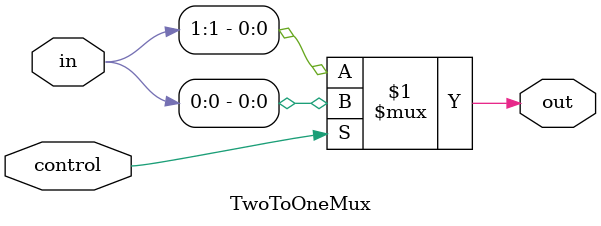
<source format=v>
`timescale 1ns / 1ps


module TwoToOneMux(input [1:0] in, input control ,output out);
    assign out = control ? in[0] : in[1];
endmodule

</source>
